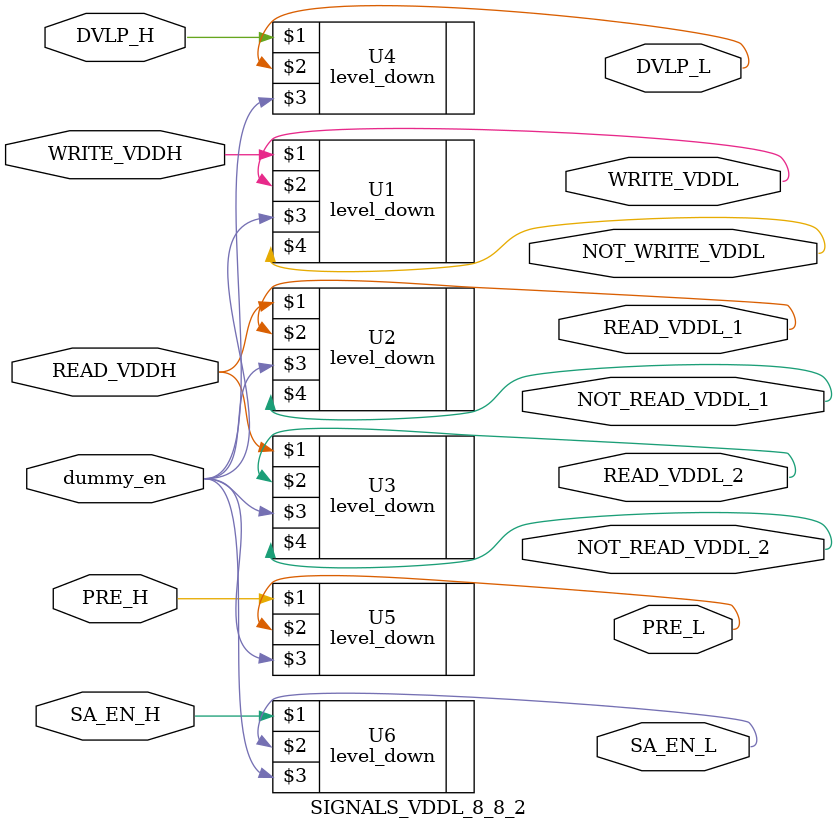
<source format=v>


`include "/ibe/users/da220/Cadence/WORK_TSMC180FORTE/DIGITAL/rtl/level_down/level_down.v"

// NAME MODIFIED //
module SIGNALS_VDDL_8_8_2(
// END MODIFY NAME //
WRITE_VDDH,
READ_VDDH,
DVLP_H,
PRE_H,
SA_EN_H,
dummy_en,
WRITE_VDDL,
NOT_WRITE_VDDL,
READ_VDDL_1,
NOT_READ_VDDL_1,
READ_VDDL_2,
NOT_READ_VDDL_2,
DVLP_L,
PRE_L,
SA_EN_L,
);

// Inputs
input	WRITE_VDDH;
input	READ_VDDH;
input	DVLP_H;
input	PRE_H;
input	SA_EN_H;
input	dummy_en;

// Outputs
output	WRITE_VDDL;
output	NOT_WRITE_VDDL;
output	READ_VDDL_1;
output	NOT_READ_VDDL_1;
output	READ_VDDL_2;
output	NOT_READ_VDDL_2;
output 	DVLP_L;
output	PRE_L;
output	SA_EN_L;

// Wires
wire	WRITE_VDDH;
wire	READ_VDDH;
wire	DVLP_H;
wire	PRE_H;
wire	SA_EN_H;
wire	dummy_en;
wire	WRITE_VDDL;
wire	NOT_WRITE_VDDL;
wire	READ_VDDL_1;
wire	NOT_READ_VDDL_1;
wire	READ_VDDL_2;
wire	NOT_READ_VDDL_2;
wire 	DVLP_L;
wire	PRE_L;
wire	SA_EN_L;


level_down U1(WRITE_VDDH, WRITE_VDDL, dummy_en, NOT_WRITE_VDDL);
level_down U2(READ_VDDH, READ_VDDL_1, dummy_en, NOT_READ_VDDL_1);
level_down U3(READ_VDDH, READ_VDDL_2, dummy_en, NOT_READ_VDDL_2);
level_down U4(DVLP_H, DVLP_L, dummy_en,);
level_down U5(PRE_H, PRE_L, dummy_en,);
level_down U6(SA_EN_H, SA_EN_L, dummy_en,);

endmodule
</source>
